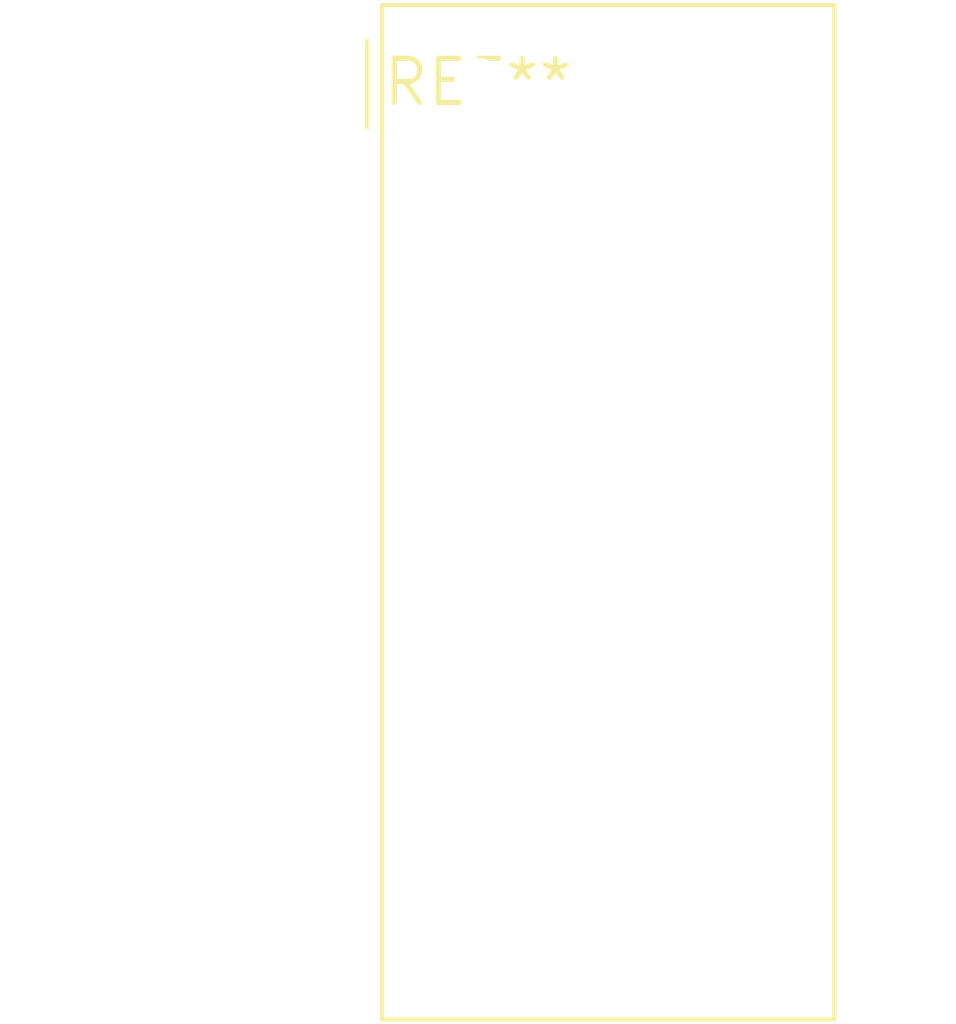
<source format=kicad_pcb>
(kicad_pcb (version 20240108) (generator pcbnew)
  (layers (0 "F.Cu" signal) (31 "B.Cu" signal) (34 "B.Paste" user) (35 "F.Paste" user) (36 "B.SilkS" user "B.Silkscreen") (37 "F.SilkS" user "F.Silkscreen") (38 "B.Mask" user) (39 "F.Mask" user) (44 "Edge.Cuts" user))
  (net 0 "")
  (footprint "Relay_DPST_Fujitsu_FTR-F1A" (layer "F.Cu") (at 0 0)
    (property "Reference" "REF**")
    (property "Value" "Relay_DPST_Fujitsu_FTR-F1A")
    (fp_line (start -3.2 -1.2) (end -3.2 1.3) (layer "F.SilkS") (stroke (width 0.12)))
    (fp_line (start -2.78 -2.23) (end 10.28 -2.23) (layer "F.SilkS") (stroke (width 0.12)))
    (fp_line (start -2.78 27.03) (end -2.78 -2.23) (layer "F.SilkS") (stroke (width 0.12)))
    (fp_line (start 10.28 -2.23) (end 10.28 27.03) (layer "F.SilkS") (stroke (width 0.12)))
    (fp_line (start 10.28 27.03) (end -2.78 27.03) (layer "F.SilkS") (stroke (width 0.12)))
    (pad "1" thru_hole rect (at 0 0 270) (size 2.5 2.5) (drill 1.4) (layers *.Cu *.Mask) (remove_unused_layers))
    (pad "2" thru_hole circle (at 0 5 270) (size 2.5 2.5) (drill 1.4) (layers *.Cu *.Mask) (remove_unused_layers))
    (pad "4" thru_hole circle (at 0 25 270) (size 2.5 2.5) (drill 1.4) (layers *.Cu *.Mask) (remove_unused_layers))
    (pad "5" thru_hole circle (at 7.5 25 270) (size 2.5 2.5) (drill 1.4) (layers *.Cu *.Mask) (remove_unused_layers))
    (pad "7" thru_hole circle (at 7.5 5 270) (size 2.5 2.5) (drill 1.4) (layers *.Cu *.Mask) (remove_unused_layers))
    (pad "8" thru_hole circle (at 7.5 0 270) (size 2.5 2.5) (drill 1.4) (layers *.Cu *.Mask) (remove_unused_layers))
  )
)
</source>
